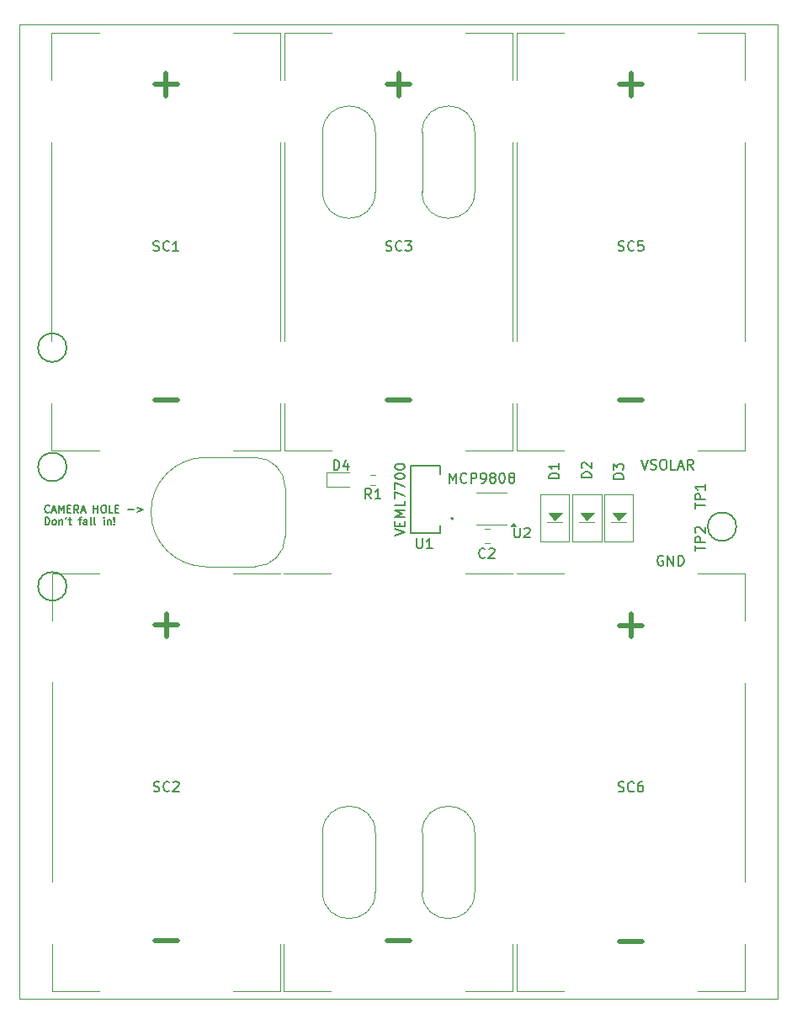
<source format=gbr>
%TF.GenerationSoftware,KiCad,Pcbnew,9.0.0*%
%TF.CreationDate,2025-04-21T01:22:55-04:00*%
%TF.ProjectId,xy_faces_CUpayload_v2,78795f66-6163-4657-935f-43557061796c,3.0*%
%TF.SameCoordinates,Original*%
%TF.FileFunction,Legend,Top*%
%TF.FilePolarity,Positive*%
%FSLAX46Y46*%
G04 Gerber Fmt 4.6, Leading zero omitted, Abs format (unit mm)*
G04 Created by KiCad (PCBNEW 9.0.0) date 2025-04-21 01:22:55*
%MOMM*%
%LPD*%
G01*
G04 APERTURE LIST*
%ADD10C,0.150000*%
%ADD11C,0.500000*%
%ADD12C,0.120000*%
%ADD13C,0.100000*%
%ADD14C,0.127000*%
%ADD15C,0.200000*%
%TA.AperFunction,Profile*%
%ADD16C,0.050000*%
%TD*%
%TA.AperFunction,Profile*%
%ADD17C,0.100000*%
%TD*%
%TA.AperFunction,Profile*%
%ADD18C,0.200000*%
%TD*%
G04 APERTURE END LIST*
D10*
X171088095Y-119202438D02*
X170992857Y-119154819D01*
X170992857Y-119154819D02*
X170850000Y-119154819D01*
X170850000Y-119154819D02*
X170707143Y-119202438D01*
X170707143Y-119202438D02*
X170611905Y-119297676D01*
X170611905Y-119297676D02*
X170564286Y-119392914D01*
X170564286Y-119392914D02*
X170516667Y-119583390D01*
X170516667Y-119583390D02*
X170516667Y-119726247D01*
X170516667Y-119726247D02*
X170564286Y-119916723D01*
X170564286Y-119916723D02*
X170611905Y-120011961D01*
X170611905Y-120011961D02*
X170707143Y-120107200D01*
X170707143Y-120107200D02*
X170850000Y-120154819D01*
X170850000Y-120154819D02*
X170945238Y-120154819D01*
X170945238Y-120154819D02*
X171088095Y-120107200D01*
X171088095Y-120107200D02*
X171135714Y-120059580D01*
X171135714Y-120059580D02*
X171135714Y-119726247D01*
X171135714Y-119726247D02*
X170945238Y-119726247D01*
X171564286Y-120154819D02*
X171564286Y-119154819D01*
X171564286Y-119154819D02*
X172135714Y-120154819D01*
X172135714Y-120154819D02*
X172135714Y-119154819D01*
X172611905Y-120154819D02*
X172611905Y-119154819D01*
X172611905Y-119154819D02*
X172850000Y-119154819D01*
X172850000Y-119154819D02*
X172992857Y-119202438D01*
X172992857Y-119202438D02*
X173088095Y-119297676D01*
X173088095Y-119297676D02*
X173135714Y-119392914D01*
X173135714Y-119392914D02*
X173183333Y-119583390D01*
X173183333Y-119583390D02*
X173183333Y-119726247D01*
X173183333Y-119726247D02*
X173135714Y-119916723D01*
X173135714Y-119916723D02*
X173088095Y-120011961D01*
X173088095Y-120011961D02*
X172992857Y-120107200D01*
X172992857Y-120107200D02*
X172850000Y-120154819D01*
X172850000Y-120154819D02*
X172611905Y-120154819D01*
X109355826Y-114771527D02*
X109320112Y-114807242D01*
X109320112Y-114807242D02*
X109212969Y-114842956D01*
X109212969Y-114842956D02*
X109141541Y-114842956D01*
X109141541Y-114842956D02*
X109034398Y-114807242D01*
X109034398Y-114807242D02*
X108962969Y-114735813D01*
X108962969Y-114735813D02*
X108927255Y-114664384D01*
X108927255Y-114664384D02*
X108891541Y-114521527D01*
X108891541Y-114521527D02*
X108891541Y-114414384D01*
X108891541Y-114414384D02*
X108927255Y-114271527D01*
X108927255Y-114271527D02*
X108962969Y-114200099D01*
X108962969Y-114200099D02*
X109034398Y-114128670D01*
X109034398Y-114128670D02*
X109141541Y-114092956D01*
X109141541Y-114092956D02*
X109212969Y-114092956D01*
X109212969Y-114092956D02*
X109320112Y-114128670D01*
X109320112Y-114128670D02*
X109355826Y-114164384D01*
X109641541Y-114628670D02*
X109998684Y-114628670D01*
X109570112Y-114842956D02*
X109820112Y-114092956D01*
X109820112Y-114092956D02*
X110070112Y-114842956D01*
X110320112Y-114842956D02*
X110320112Y-114092956D01*
X110320112Y-114092956D02*
X110570112Y-114628670D01*
X110570112Y-114628670D02*
X110820112Y-114092956D01*
X110820112Y-114092956D02*
X110820112Y-114842956D01*
X111177255Y-114450099D02*
X111427255Y-114450099D01*
X111534398Y-114842956D02*
X111177255Y-114842956D01*
X111177255Y-114842956D02*
X111177255Y-114092956D01*
X111177255Y-114092956D02*
X111534398Y-114092956D01*
X112284397Y-114842956D02*
X112034397Y-114485813D01*
X111855826Y-114842956D02*
X111855826Y-114092956D01*
X111855826Y-114092956D02*
X112141540Y-114092956D01*
X112141540Y-114092956D02*
X112212969Y-114128670D01*
X112212969Y-114128670D02*
X112248683Y-114164384D01*
X112248683Y-114164384D02*
X112284397Y-114235813D01*
X112284397Y-114235813D02*
X112284397Y-114342956D01*
X112284397Y-114342956D02*
X112248683Y-114414384D01*
X112248683Y-114414384D02*
X112212969Y-114450099D01*
X112212969Y-114450099D02*
X112141540Y-114485813D01*
X112141540Y-114485813D02*
X111855826Y-114485813D01*
X112570112Y-114628670D02*
X112927255Y-114628670D01*
X112498683Y-114842956D02*
X112748683Y-114092956D01*
X112748683Y-114092956D02*
X112998683Y-114842956D01*
X113820112Y-114842956D02*
X113820112Y-114092956D01*
X113820112Y-114450099D02*
X114248683Y-114450099D01*
X114248683Y-114842956D02*
X114248683Y-114092956D01*
X114748683Y-114092956D02*
X114891540Y-114092956D01*
X114891540Y-114092956D02*
X114962969Y-114128670D01*
X114962969Y-114128670D02*
X115034397Y-114200099D01*
X115034397Y-114200099D02*
X115070112Y-114342956D01*
X115070112Y-114342956D02*
X115070112Y-114592956D01*
X115070112Y-114592956D02*
X115034397Y-114735813D01*
X115034397Y-114735813D02*
X114962969Y-114807242D01*
X114962969Y-114807242D02*
X114891540Y-114842956D01*
X114891540Y-114842956D02*
X114748683Y-114842956D01*
X114748683Y-114842956D02*
X114677255Y-114807242D01*
X114677255Y-114807242D02*
X114605826Y-114735813D01*
X114605826Y-114735813D02*
X114570112Y-114592956D01*
X114570112Y-114592956D02*
X114570112Y-114342956D01*
X114570112Y-114342956D02*
X114605826Y-114200099D01*
X114605826Y-114200099D02*
X114677255Y-114128670D01*
X114677255Y-114128670D02*
X114748683Y-114092956D01*
X115748683Y-114842956D02*
X115391540Y-114842956D01*
X115391540Y-114842956D02*
X115391540Y-114092956D01*
X115998683Y-114450099D02*
X116248683Y-114450099D01*
X116355826Y-114842956D02*
X115998683Y-114842956D01*
X115998683Y-114842956D02*
X115998683Y-114092956D01*
X115998683Y-114092956D02*
X116355826Y-114092956D01*
X117248683Y-114557242D02*
X117820112Y-114557242D01*
X118177254Y-114342956D02*
X118748683Y-114557242D01*
X118748683Y-114557242D02*
X118177254Y-114771527D01*
X108927255Y-116050414D02*
X108927255Y-115300414D01*
X108927255Y-115300414D02*
X109105826Y-115300414D01*
X109105826Y-115300414D02*
X109212969Y-115336128D01*
X109212969Y-115336128D02*
X109284398Y-115407557D01*
X109284398Y-115407557D02*
X109320112Y-115478985D01*
X109320112Y-115478985D02*
X109355826Y-115621842D01*
X109355826Y-115621842D02*
X109355826Y-115728985D01*
X109355826Y-115728985D02*
X109320112Y-115871842D01*
X109320112Y-115871842D02*
X109284398Y-115943271D01*
X109284398Y-115943271D02*
X109212969Y-116014700D01*
X109212969Y-116014700D02*
X109105826Y-116050414D01*
X109105826Y-116050414D02*
X108927255Y-116050414D01*
X109784398Y-116050414D02*
X109712969Y-116014700D01*
X109712969Y-116014700D02*
X109677255Y-115978985D01*
X109677255Y-115978985D02*
X109641541Y-115907557D01*
X109641541Y-115907557D02*
X109641541Y-115693271D01*
X109641541Y-115693271D02*
X109677255Y-115621842D01*
X109677255Y-115621842D02*
X109712969Y-115586128D01*
X109712969Y-115586128D02*
X109784398Y-115550414D01*
X109784398Y-115550414D02*
X109891541Y-115550414D01*
X109891541Y-115550414D02*
X109962969Y-115586128D01*
X109962969Y-115586128D02*
X109998684Y-115621842D01*
X109998684Y-115621842D02*
X110034398Y-115693271D01*
X110034398Y-115693271D02*
X110034398Y-115907557D01*
X110034398Y-115907557D02*
X109998684Y-115978985D01*
X109998684Y-115978985D02*
X109962969Y-116014700D01*
X109962969Y-116014700D02*
X109891541Y-116050414D01*
X109891541Y-116050414D02*
X109784398Y-116050414D01*
X110355826Y-115550414D02*
X110355826Y-116050414D01*
X110355826Y-115621842D02*
X110391540Y-115586128D01*
X110391540Y-115586128D02*
X110462969Y-115550414D01*
X110462969Y-115550414D02*
X110570112Y-115550414D01*
X110570112Y-115550414D02*
X110641540Y-115586128D01*
X110641540Y-115586128D02*
X110677255Y-115657557D01*
X110677255Y-115657557D02*
X110677255Y-116050414D01*
X111070111Y-115300414D02*
X110998683Y-115443271D01*
X111284397Y-115550414D02*
X111570111Y-115550414D01*
X111391540Y-115300414D02*
X111391540Y-115943271D01*
X111391540Y-115943271D02*
X111427254Y-116014700D01*
X111427254Y-116014700D02*
X111498683Y-116050414D01*
X111498683Y-116050414D02*
X111570111Y-116050414D01*
X112284397Y-115550414D02*
X112570111Y-115550414D01*
X112391540Y-116050414D02*
X112391540Y-115407557D01*
X112391540Y-115407557D02*
X112427254Y-115336128D01*
X112427254Y-115336128D02*
X112498683Y-115300414D01*
X112498683Y-115300414D02*
X112570111Y-115300414D01*
X113141540Y-116050414D02*
X113141540Y-115657557D01*
X113141540Y-115657557D02*
X113105825Y-115586128D01*
X113105825Y-115586128D02*
X113034397Y-115550414D01*
X113034397Y-115550414D02*
X112891540Y-115550414D01*
X112891540Y-115550414D02*
X112820111Y-115586128D01*
X113141540Y-116014700D02*
X113070111Y-116050414D01*
X113070111Y-116050414D02*
X112891540Y-116050414D01*
X112891540Y-116050414D02*
X112820111Y-116014700D01*
X112820111Y-116014700D02*
X112784397Y-115943271D01*
X112784397Y-115943271D02*
X112784397Y-115871842D01*
X112784397Y-115871842D02*
X112820111Y-115800414D01*
X112820111Y-115800414D02*
X112891540Y-115764700D01*
X112891540Y-115764700D02*
X113070111Y-115764700D01*
X113070111Y-115764700D02*
X113141540Y-115728985D01*
X113605825Y-116050414D02*
X113534396Y-116014700D01*
X113534396Y-116014700D02*
X113498682Y-115943271D01*
X113498682Y-115943271D02*
X113498682Y-115300414D01*
X113998682Y-116050414D02*
X113927253Y-116014700D01*
X113927253Y-116014700D02*
X113891539Y-115943271D01*
X113891539Y-115943271D02*
X113891539Y-115300414D01*
X114855825Y-116050414D02*
X114855825Y-115550414D01*
X114855825Y-115300414D02*
X114820111Y-115336128D01*
X114820111Y-115336128D02*
X114855825Y-115371842D01*
X114855825Y-115371842D02*
X114891539Y-115336128D01*
X114891539Y-115336128D02*
X114855825Y-115300414D01*
X114855825Y-115300414D02*
X114855825Y-115371842D01*
X115212968Y-115550414D02*
X115212968Y-116050414D01*
X115212968Y-115621842D02*
X115248682Y-115586128D01*
X115248682Y-115586128D02*
X115320111Y-115550414D01*
X115320111Y-115550414D02*
X115427254Y-115550414D01*
X115427254Y-115550414D02*
X115498682Y-115586128D01*
X115498682Y-115586128D02*
X115534397Y-115657557D01*
X115534397Y-115657557D02*
X115534397Y-116050414D01*
X115891539Y-115978985D02*
X115927253Y-116014700D01*
X115927253Y-116014700D02*
X115891539Y-116050414D01*
X115891539Y-116050414D02*
X115855825Y-116014700D01*
X115855825Y-116014700D02*
X115891539Y-115978985D01*
X115891539Y-115978985D02*
X115891539Y-116050414D01*
X115891539Y-115764700D02*
X115855825Y-115336128D01*
X115855825Y-115336128D02*
X115891539Y-115300414D01*
X115891539Y-115300414D02*
X115927253Y-115336128D01*
X115927253Y-115336128D02*
X115891539Y-115764700D01*
X115891539Y-115764700D02*
X115891539Y-115300414D01*
X149621905Y-111854819D02*
X149621905Y-110854819D01*
X149621905Y-110854819D02*
X149955238Y-111569104D01*
X149955238Y-111569104D02*
X150288571Y-110854819D01*
X150288571Y-110854819D02*
X150288571Y-111854819D01*
X151336190Y-111759580D02*
X151288571Y-111807200D01*
X151288571Y-111807200D02*
X151145714Y-111854819D01*
X151145714Y-111854819D02*
X151050476Y-111854819D01*
X151050476Y-111854819D02*
X150907619Y-111807200D01*
X150907619Y-111807200D02*
X150812381Y-111711961D01*
X150812381Y-111711961D02*
X150764762Y-111616723D01*
X150764762Y-111616723D02*
X150717143Y-111426247D01*
X150717143Y-111426247D02*
X150717143Y-111283390D01*
X150717143Y-111283390D02*
X150764762Y-111092914D01*
X150764762Y-111092914D02*
X150812381Y-110997676D01*
X150812381Y-110997676D02*
X150907619Y-110902438D01*
X150907619Y-110902438D02*
X151050476Y-110854819D01*
X151050476Y-110854819D02*
X151145714Y-110854819D01*
X151145714Y-110854819D02*
X151288571Y-110902438D01*
X151288571Y-110902438D02*
X151336190Y-110950057D01*
X151764762Y-111854819D02*
X151764762Y-110854819D01*
X151764762Y-110854819D02*
X152145714Y-110854819D01*
X152145714Y-110854819D02*
X152240952Y-110902438D01*
X152240952Y-110902438D02*
X152288571Y-110950057D01*
X152288571Y-110950057D02*
X152336190Y-111045295D01*
X152336190Y-111045295D02*
X152336190Y-111188152D01*
X152336190Y-111188152D02*
X152288571Y-111283390D01*
X152288571Y-111283390D02*
X152240952Y-111331009D01*
X152240952Y-111331009D02*
X152145714Y-111378628D01*
X152145714Y-111378628D02*
X151764762Y-111378628D01*
X152812381Y-111854819D02*
X153002857Y-111854819D01*
X153002857Y-111854819D02*
X153098095Y-111807200D01*
X153098095Y-111807200D02*
X153145714Y-111759580D01*
X153145714Y-111759580D02*
X153240952Y-111616723D01*
X153240952Y-111616723D02*
X153288571Y-111426247D01*
X153288571Y-111426247D02*
X153288571Y-111045295D01*
X153288571Y-111045295D02*
X153240952Y-110950057D01*
X153240952Y-110950057D02*
X153193333Y-110902438D01*
X153193333Y-110902438D02*
X153098095Y-110854819D01*
X153098095Y-110854819D02*
X152907619Y-110854819D01*
X152907619Y-110854819D02*
X152812381Y-110902438D01*
X152812381Y-110902438D02*
X152764762Y-110950057D01*
X152764762Y-110950057D02*
X152717143Y-111045295D01*
X152717143Y-111045295D02*
X152717143Y-111283390D01*
X152717143Y-111283390D02*
X152764762Y-111378628D01*
X152764762Y-111378628D02*
X152812381Y-111426247D01*
X152812381Y-111426247D02*
X152907619Y-111473866D01*
X152907619Y-111473866D02*
X153098095Y-111473866D01*
X153098095Y-111473866D02*
X153193333Y-111426247D01*
X153193333Y-111426247D02*
X153240952Y-111378628D01*
X153240952Y-111378628D02*
X153288571Y-111283390D01*
X153860000Y-111283390D02*
X153764762Y-111235771D01*
X153764762Y-111235771D02*
X153717143Y-111188152D01*
X153717143Y-111188152D02*
X153669524Y-111092914D01*
X153669524Y-111092914D02*
X153669524Y-111045295D01*
X153669524Y-111045295D02*
X153717143Y-110950057D01*
X153717143Y-110950057D02*
X153764762Y-110902438D01*
X153764762Y-110902438D02*
X153860000Y-110854819D01*
X153860000Y-110854819D02*
X154050476Y-110854819D01*
X154050476Y-110854819D02*
X154145714Y-110902438D01*
X154145714Y-110902438D02*
X154193333Y-110950057D01*
X154193333Y-110950057D02*
X154240952Y-111045295D01*
X154240952Y-111045295D02*
X154240952Y-111092914D01*
X154240952Y-111092914D02*
X154193333Y-111188152D01*
X154193333Y-111188152D02*
X154145714Y-111235771D01*
X154145714Y-111235771D02*
X154050476Y-111283390D01*
X154050476Y-111283390D02*
X153860000Y-111283390D01*
X153860000Y-111283390D02*
X153764762Y-111331009D01*
X153764762Y-111331009D02*
X153717143Y-111378628D01*
X153717143Y-111378628D02*
X153669524Y-111473866D01*
X153669524Y-111473866D02*
X153669524Y-111664342D01*
X153669524Y-111664342D02*
X153717143Y-111759580D01*
X153717143Y-111759580D02*
X153764762Y-111807200D01*
X153764762Y-111807200D02*
X153860000Y-111854819D01*
X153860000Y-111854819D02*
X154050476Y-111854819D01*
X154050476Y-111854819D02*
X154145714Y-111807200D01*
X154145714Y-111807200D02*
X154193333Y-111759580D01*
X154193333Y-111759580D02*
X154240952Y-111664342D01*
X154240952Y-111664342D02*
X154240952Y-111473866D01*
X154240952Y-111473866D02*
X154193333Y-111378628D01*
X154193333Y-111378628D02*
X154145714Y-111331009D01*
X154145714Y-111331009D02*
X154050476Y-111283390D01*
X154860000Y-110854819D02*
X154955238Y-110854819D01*
X154955238Y-110854819D02*
X155050476Y-110902438D01*
X155050476Y-110902438D02*
X155098095Y-110950057D01*
X155098095Y-110950057D02*
X155145714Y-111045295D01*
X155145714Y-111045295D02*
X155193333Y-111235771D01*
X155193333Y-111235771D02*
X155193333Y-111473866D01*
X155193333Y-111473866D02*
X155145714Y-111664342D01*
X155145714Y-111664342D02*
X155098095Y-111759580D01*
X155098095Y-111759580D02*
X155050476Y-111807200D01*
X155050476Y-111807200D02*
X154955238Y-111854819D01*
X154955238Y-111854819D02*
X154860000Y-111854819D01*
X154860000Y-111854819D02*
X154764762Y-111807200D01*
X154764762Y-111807200D02*
X154717143Y-111759580D01*
X154717143Y-111759580D02*
X154669524Y-111664342D01*
X154669524Y-111664342D02*
X154621905Y-111473866D01*
X154621905Y-111473866D02*
X154621905Y-111235771D01*
X154621905Y-111235771D02*
X154669524Y-111045295D01*
X154669524Y-111045295D02*
X154717143Y-110950057D01*
X154717143Y-110950057D02*
X154764762Y-110902438D01*
X154764762Y-110902438D02*
X154860000Y-110854819D01*
X155764762Y-111283390D02*
X155669524Y-111235771D01*
X155669524Y-111235771D02*
X155621905Y-111188152D01*
X155621905Y-111188152D02*
X155574286Y-111092914D01*
X155574286Y-111092914D02*
X155574286Y-111045295D01*
X155574286Y-111045295D02*
X155621905Y-110950057D01*
X155621905Y-110950057D02*
X155669524Y-110902438D01*
X155669524Y-110902438D02*
X155764762Y-110854819D01*
X155764762Y-110854819D02*
X155955238Y-110854819D01*
X155955238Y-110854819D02*
X156050476Y-110902438D01*
X156050476Y-110902438D02*
X156098095Y-110950057D01*
X156098095Y-110950057D02*
X156145714Y-111045295D01*
X156145714Y-111045295D02*
X156145714Y-111092914D01*
X156145714Y-111092914D02*
X156098095Y-111188152D01*
X156098095Y-111188152D02*
X156050476Y-111235771D01*
X156050476Y-111235771D02*
X155955238Y-111283390D01*
X155955238Y-111283390D02*
X155764762Y-111283390D01*
X155764762Y-111283390D02*
X155669524Y-111331009D01*
X155669524Y-111331009D02*
X155621905Y-111378628D01*
X155621905Y-111378628D02*
X155574286Y-111473866D01*
X155574286Y-111473866D02*
X155574286Y-111664342D01*
X155574286Y-111664342D02*
X155621905Y-111759580D01*
X155621905Y-111759580D02*
X155669524Y-111807200D01*
X155669524Y-111807200D02*
X155764762Y-111854819D01*
X155764762Y-111854819D02*
X155955238Y-111854819D01*
X155955238Y-111854819D02*
X156050476Y-111807200D01*
X156050476Y-111807200D02*
X156098095Y-111759580D01*
X156098095Y-111759580D02*
X156145714Y-111664342D01*
X156145714Y-111664342D02*
X156145714Y-111473866D01*
X156145714Y-111473866D02*
X156098095Y-111378628D01*
X156098095Y-111378628D02*
X156050476Y-111331009D01*
X156050476Y-111331009D02*
X155955238Y-111283390D01*
X144114819Y-117176666D02*
X145114819Y-116843333D01*
X145114819Y-116843333D02*
X144114819Y-116510000D01*
X144591009Y-116176666D02*
X144591009Y-115843333D01*
X145114819Y-115700476D02*
X145114819Y-116176666D01*
X145114819Y-116176666D02*
X144114819Y-116176666D01*
X144114819Y-116176666D02*
X144114819Y-115700476D01*
X145114819Y-115271904D02*
X144114819Y-115271904D01*
X144114819Y-115271904D02*
X144829104Y-114938571D01*
X144829104Y-114938571D02*
X144114819Y-114605238D01*
X144114819Y-114605238D02*
X145114819Y-114605238D01*
X145114819Y-113652857D02*
X145114819Y-114129047D01*
X145114819Y-114129047D02*
X144114819Y-114129047D01*
X144114819Y-113414761D02*
X144114819Y-112748095D01*
X144114819Y-112748095D02*
X145114819Y-113176666D01*
X144114819Y-112462380D02*
X144114819Y-111795714D01*
X144114819Y-111795714D02*
X145114819Y-112224285D01*
X144114819Y-111224285D02*
X144114819Y-111129047D01*
X144114819Y-111129047D02*
X144162438Y-111033809D01*
X144162438Y-111033809D02*
X144210057Y-110986190D01*
X144210057Y-110986190D02*
X144305295Y-110938571D01*
X144305295Y-110938571D02*
X144495771Y-110890952D01*
X144495771Y-110890952D02*
X144733866Y-110890952D01*
X144733866Y-110890952D02*
X144924342Y-110938571D01*
X144924342Y-110938571D02*
X145019580Y-110986190D01*
X145019580Y-110986190D02*
X145067200Y-111033809D01*
X145067200Y-111033809D02*
X145114819Y-111129047D01*
X145114819Y-111129047D02*
X145114819Y-111224285D01*
X145114819Y-111224285D02*
X145067200Y-111319523D01*
X145067200Y-111319523D02*
X145019580Y-111367142D01*
X145019580Y-111367142D02*
X144924342Y-111414761D01*
X144924342Y-111414761D02*
X144733866Y-111462380D01*
X144733866Y-111462380D02*
X144495771Y-111462380D01*
X144495771Y-111462380D02*
X144305295Y-111414761D01*
X144305295Y-111414761D02*
X144210057Y-111367142D01*
X144210057Y-111367142D02*
X144162438Y-111319523D01*
X144162438Y-111319523D02*
X144114819Y-111224285D01*
X144114819Y-110271904D02*
X144114819Y-110176666D01*
X144114819Y-110176666D02*
X144162438Y-110081428D01*
X144162438Y-110081428D02*
X144210057Y-110033809D01*
X144210057Y-110033809D02*
X144305295Y-109986190D01*
X144305295Y-109986190D02*
X144495771Y-109938571D01*
X144495771Y-109938571D02*
X144733866Y-109938571D01*
X144733866Y-109938571D02*
X144924342Y-109986190D01*
X144924342Y-109986190D02*
X145019580Y-110033809D01*
X145019580Y-110033809D02*
X145067200Y-110081428D01*
X145067200Y-110081428D02*
X145114819Y-110176666D01*
X145114819Y-110176666D02*
X145114819Y-110271904D01*
X145114819Y-110271904D02*
X145067200Y-110367142D01*
X145067200Y-110367142D02*
X145019580Y-110414761D01*
X145019580Y-110414761D02*
X144924342Y-110462380D01*
X144924342Y-110462380D02*
X144733866Y-110509999D01*
X144733866Y-110509999D02*
X144495771Y-110509999D01*
X144495771Y-110509999D02*
X144305295Y-110462380D01*
X144305295Y-110462380D02*
X144210057Y-110414761D01*
X144210057Y-110414761D02*
X144162438Y-110367142D01*
X144162438Y-110367142D02*
X144114819Y-110271904D01*
X168883333Y-109504819D02*
X169216666Y-110504819D01*
X169216666Y-110504819D02*
X169549999Y-109504819D01*
X169835714Y-110457200D02*
X169978571Y-110504819D01*
X169978571Y-110504819D02*
X170216666Y-110504819D01*
X170216666Y-110504819D02*
X170311904Y-110457200D01*
X170311904Y-110457200D02*
X170359523Y-110409580D01*
X170359523Y-110409580D02*
X170407142Y-110314342D01*
X170407142Y-110314342D02*
X170407142Y-110219104D01*
X170407142Y-110219104D02*
X170359523Y-110123866D01*
X170359523Y-110123866D02*
X170311904Y-110076247D01*
X170311904Y-110076247D02*
X170216666Y-110028628D01*
X170216666Y-110028628D02*
X170026190Y-109981009D01*
X170026190Y-109981009D02*
X169930952Y-109933390D01*
X169930952Y-109933390D02*
X169883333Y-109885771D01*
X169883333Y-109885771D02*
X169835714Y-109790533D01*
X169835714Y-109790533D02*
X169835714Y-109695295D01*
X169835714Y-109695295D02*
X169883333Y-109600057D01*
X169883333Y-109600057D02*
X169930952Y-109552438D01*
X169930952Y-109552438D02*
X170026190Y-109504819D01*
X170026190Y-109504819D02*
X170264285Y-109504819D01*
X170264285Y-109504819D02*
X170407142Y-109552438D01*
X171026190Y-109504819D02*
X171216666Y-109504819D01*
X171216666Y-109504819D02*
X171311904Y-109552438D01*
X171311904Y-109552438D02*
X171407142Y-109647676D01*
X171407142Y-109647676D02*
X171454761Y-109838152D01*
X171454761Y-109838152D02*
X171454761Y-110171485D01*
X171454761Y-110171485D02*
X171407142Y-110361961D01*
X171407142Y-110361961D02*
X171311904Y-110457200D01*
X171311904Y-110457200D02*
X171216666Y-110504819D01*
X171216666Y-110504819D02*
X171026190Y-110504819D01*
X171026190Y-110504819D02*
X170930952Y-110457200D01*
X170930952Y-110457200D02*
X170835714Y-110361961D01*
X170835714Y-110361961D02*
X170788095Y-110171485D01*
X170788095Y-110171485D02*
X170788095Y-109838152D01*
X170788095Y-109838152D02*
X170835714Y-109647676D01*
X170835714Y-109647676D02*
X170930952Y-109552438D01*
X170930952Y-109552438D02*
X171026190Y-109504819D01*
X172359523Y-110504819D02*
X171883333Y-110504819D01*
X171883333Y-110504819D02*
X171883333Y-109504819D01*
X172645238Y-110219104D02*
X173121428Y-110219104D01*
X172550000Y-110504819D02*
X172883333Y-109504819D01*
X172883333Y-109504819D02*
X173216666Y-110504819D01*
X174121428Y-110504819D02*
X173788095Y-110028628D01*
X173550000Y-110504819D02*
X173550000Y-109504819D01*
X173550000Y-109504819D02*
X173930952Y-109504819D01*
X173930952Y-109504819D02*
X174026190Y-109552438D01*
X174026190Y-109552438D02*
X174073809Y-109600057D01*
X174073809Y-109600057D02*
X174121428Y-109695295D01*
X174121428Y-109695295D02*
X174121428Y-109838152D01*
X174121428Y-109838152D02*
X174073809Y-109933390D01*
X174073809Y-109933390D02*
X174026190Y-109981009D01*
X174026190Y-109981009D02*
X173930952Y-110028628D01*
X173930952Y-110028628D02*
X173550000Y-110028628D01*
X156138095Y-116354819D02*
X156138095Y-117164342D01*
X156138095Y-117164342D02*
X156185714Y-117259580D01*
X156185714Y-117259580D02*
X156233333Y-117307200D01*
X156233333Y-117307200D02*
X156328571Y-117354819D01*
X156328571Y-117354819D02*
X156519047Y-117354819D01*
X156519047Y-117354819D02*
X156614285Y-117307200D01*
X156614285Y-117307200D02*
X156661904Y-117259580D01*
X156661904Y-117259580D02*
X156709523Y-117164342D01*
X156709523Y-117164342D02*
X156709523Y-116354819D01*
X157138095Y-116450057D02*
X157185714Y-116402438D01*
X157185714Y-116402438D02*
X157280952Y-116354819D01*
X157280952Y-116354819D02*
X157519047Y-116354819D01*
X157519047Y-116354819D02*
X157614285Y-116402438D01*
X157614285Y-116402438D02*
X157661904Y-116450057D01*
X157661904Y-116450057D02*
X157709523Y-116545295D01*
X157709523Y-116545295D02*
X157709523Y-116640533D01*
X157709523Y-116640533D02*
X157661904Y-116783390D01*
X157661904Y-116783390D02*
X157090476Y-117354819D01*
X157090476Y-117354819D02*
X157709523Y-117354819D01*
X166598095Y-88477200D02*
X166740952Y-88524819D01*
X166740952Y-88524819D02*
X166979047Y-88524819D01*
X166979047Y-88524819D02*
X167074285Y-88477200D01*
X167074285Y-88477200D02*
X167121904Y-88429580D01*
X167121904Y-88429580D02*
X167169523Y-88334342D01*
X167169523Y-88334342D02*
X167169523Y-88239104D01*
X167169523Y-88239104D02*
X167121904Y-88143866D01*
X167121904Y-88143866D02*
X167074285Y-88096247D01*
X167074285Y-88096247D02*
X166979047Y-88048628D01*
X166979047Y-88048628D02*
X166788571Y-88001009D01*
X166788571Y-88001009D02*
X166693333Y-87953390D01*
X166693333Y-87953390D02*
X166645714Y-87905771D01*
X166645714Y-87905771D02*
X166598095Y-87810533D01*
X166598095Y-87810533D02*
X166598095Y-87715295D01*
X166598095Y-87715295D02*
X166645714Y-87620057D01*
X166645714Y-87620057D02*
X166693333Y-87572438D01*
X166693333Y-87572438D02*
X166788571Y-87524819D01*
X166788571Y-87524819D02*
X167026666Y-87524819D01*
X167026666Y-87524819D02*
X167169523Y-87572438D01*
X168169523Y-88429580D02*
X168121904Y-88477200D01*
X168121904Y-88477200D02*
X167979047Y-88524819D01*
X167979047Y-88524819D02*
X167883809Y-88524819D01*
X167883809Y-88524819D02*
X167740952Y-88477200D01*
X167740952Y-88477200D02*
X167645714Y-88381961D01*
X167645714Y-88381961D02*
X167598095Y-88286723D01*
X167598095Y-88286723D02*
X167550476Y-88096247D01*
X167550476Y-88096247D02*
X167550476Y-87953390D01*
X167550476Y-87953390D02*
X167598095Y-87762914D01*
X167598095Y-87762914D02*
X167645714Y-87667676D01*
X167645714Y-87667676D02*
X167740952Y-87572438D01*
X167740952Y-87572438D02*
X167883809Y-87524819D01*
X167883809Y-87524819D02*
X167979047Y-87524819D01*
X167979047Y-87524819D02*
X168121904Y-87572438D01*
X168121904Y-87572438D02*
X168169523Y-87620057D01*
X169074285Y-87524819D02*
X168598095Y-87524819D01*
X168598095Y-87524819D02*
X168550476Y-88001009D01*
X168550476Y-88001009D02*
X168598095Y-87953390D01*
X168598095Y-87953390D02*
X168693333Y-87905771D01*
X168693333Y-87905771D02*
X168931428Y-87905771D01*
X168931428Y-87905771D02*
X169026666Y-87953390D01*
X169026666Y-87953390D02*
X169074285Y-88001009D01*
X169074285Y-88001009D02*
X169121904Y-88096247D01*
X169121904Y-88096247D02*
X169121904Y-88334342D01*
X169121904Y-88334342D02*
X169074285Y-88429580D01*
X169074285Y-88429580D02*
X169026666Y-88477200D01*
X169026666Y-88477200D02*
X168931428Y-88524819D01*
X168931428Y-88524819D02*
X168693333Y-88524819D01*
X168693333Y-88524819D02*
X168598095Y-88477200D01*
X168598095Y-88477200D02*
X168550476Y-88429580D01*
D11*
X166717142Y-71789000D02*
X169002857Y-71789000D01*
X167859999Y-72931857D02*
X167859999Y-70646142D01*
X166717142Y-103539000D02*
X169002857Y-103539000D01*
D10*
X174304819Y-114411904D02*
X174304819Y-113840476D01*
X175304819Y-114126190D02*
X174304819Y-114126190D01*
X175304819Y-113507142D02*
X174304819Y-113507142D01*
X174304819Y-113507142D02*
X174304819Y-113126190D01*
X174304819Y-113126190D02*
X174352438Y-113030952D01*
X174352438Y-113030952D02*
X174400057Y-112983333D01*
X174400057Y-112983333D02*
X174495295Y-112935714D01*
X174495295Y-112935714D02*
X174638152Y-112935714D01*
X174638152Y-112935714D02*
X174733390Y-112983333D01*
X174733390Y-112983333D02*
X174781009Y-113030952D01*
X174781009Y-113030952D02*
X174828628Y-113126190D01*
X174828628Y-113126190D02*
X174828628Y-113507142D01*
X175304819Y-111983333D02*
X175304819Y-112554761D01*
X175304819Y-112269047D02*
X174304819Y-112269047D01*
X174304819Y-112269047D02*
X174447676Y-112364285D01*
X174447676Y-112364285D02*
X174542914Y-112459523D01*
X174542914Y-112459523D02*
X174590533Y-112554761D01*
X167104819Y-111438094D02*
X166104819Y-111438094D01*
X166104819Y-111438094D02*
X166104819Y-111199999D01*
X166104819Y-111199999D02*
X166152438Y-111057142D01*
X166152438Y-111057142D02*
X166247676Y-110961904D01*
X166247676Y-110961904D02*
X166342914Y-110914285D01*
X166342914Y-110914285D02*
X166533390Y-110866666D01*
X166533390Y-110866666D02*
X166676247Y-110866666D01*
X166676247Y-110866666D02*
X166866723Y-110914285D01*
X166866723Y-110914285D02*
X166961961Y-110961904D01*
X166961961Y-110961904D02*
X167057200Y-111057142D01*
X167057200Y-111057142D02*
X167104819Y-111199999D01*
X167104819Y-111199999D02*
X167104819Y-111438094D01*
X166104819Y-110533332D02*
X166104819Y-109914285D01*
X166104819Y-109914285D02*
X166485771Y-110247618D01*
X166485771Y-110247618D02*
X166485771Y-110104761D01*
X166485771Y-110104761D02*
X166533390Y-110009523D01*
X166533390Y-110009523D02*
X166581009Y-109961904D01*
X166581009Y-109961904D02*
X166676247Y-109914285D01*
X166676247Y-109914285D02*
X166914342Y-109914285D01*
X166914342Y-109914285D02*
X167009580Y-109961904D01*
X167009580Y-109961904D02*
X167057200Y-110009523D01*
X167057200Y-110009523D02*
X167104819Y-110104761D01*
X167104819Y-110104761D02*
X167104819Y-110390475D01*
X167104819Y-110390475D02*
X167057200Y-110485713D01*
X167057200Y-110485713D02*
X167009580Y-110533332D01*
X174304819Y-118711904D02*
X174304819Y-118140476D01*
X175304819Y-118426190D02*
X174304819Y-118426190D01*
X175304819Y-117807142D02*
X174304819Y-117807142D01*
X174304819Y-117807142D02*
X174304819Y-117426190D01*
X174304819Y-117426190D02*
X174352438Y-117330952D01*
X174352438Y-117330952D02*
X174400057Y-117283333D01*
X174400057Y-117283333D02*
X174495295Y-117235714D01*
X174495295Y-117235714D02*
X174638152Y-117235714D01*
X174638152Y-117235714D02*
X174733390Y-117283333D01*
X174733390Y-117283333D02*
X174781009Y-117330952D01*
X174781009Y-117330952D02*
X174828628Y-117426190D01*
X174828628Y-117426190D02*
X174828628Y-117807142D01*
X174400057Y-116854761D02*
X174352438Y-116807142D01*
X174352438Y-116807142D02*
X174304819Y-116711904D01*
X174304819Y-116711904D02*
X174304819Y-116473809D01*
X174304819Y-116473809D02*
X174352438Y-116378571D01*
X174352438Y-116378571D02*
X174400057Y-116330952D01*
X174400057Y-116330952D02*
X174495295Y-116283333D01*
X174495295Y-116283333D02*
X174590533Y-116283333D01*
X174590533Y-116283333D02*
X174733390Y-116330952D01*
X174733390Y-116330952D02*
X175304819Y-116902380D01*
X175304819Y-116902380D02*
X175304819Y-116283333D01*
X160624819Y-111428094D02*
X159624819Y-111428094D01*
X159624819Y-111428094D02*
X159624819Y-111189999D01*
X159624819Y-111189999D02*
X159672438Y-111047142D01*
X159672438Y-111047142D02*
X159767676Y-110951904D01*
X159767676Y-110951904D02*
X159862914Y-110904285D01*
X159862914Y-110904285D02*
X160053390Y-110856666D01*
X160053390Y-110856666D02*
X160196247Y-110856666D01*
X160196247Y-110856666D02*
X160386723Y-110904285D01*
X160386723Y-110904285D02*
X160481961Y-110951904D01*
X160481961Y-110951904D02*
X160577200Y-111047142D01*
X160577200Y-111047142D02*
X160624819Y-111189999D01*
X160624819Y-111189999D02*
X160624819Y-111428094D01*
X160624819Y-109904285D02*
X160624819Y-110475713D01*
X160624819Y-110189999D02*
X159624819Y-110189999D01*
X159624819Y-110189999D02*
X159767676Y-110285237D01*
X159767676Y-110285237D02*
X159862914Y-110380475D01*
X159862914Y-110380475D02*
X159910533Y-110475713D01*
X143228095Y-88477200D02*
X143370952Y-88524819D01*
X143370952Y-88524819D02*
X143609047Y-88524819D01*
X143609047Y-88524819D02*
X143704285Y-88477200D01*
X143704285Y-88477200D02*
X143751904Y-88429580D01*
X143751904Y-88429580D02*
X143799523Y-88334342D01*
X143799523Y-88334342D02*
X143799523Y-88239104D01*
X143799523Y-88239104D02*
X143751904Y-88143866D01*
X143751904Y-88143866D02*
X143704285Y-88096247D01*
X143704285Y-88096247D02*
X143609047Y-88048628D01*
X143609047Y-88048628D02*
X143418571Y-88001009D01*
X143418571Y-88001009D02*
X143323333Y-87953390D01*
X143323333Y-87953390D02*
X143275714Y-87905771D01*
X143275714Y-87905771D02*
X143228095Y-87810533D01*
X143228095Y-87810533D02*
X143228095Y-87715295D01*
X143228095Y-87715295D02*
X143275714Y-87620057D01*
X143275714Y-87620057D02*
X143323333Y-87572438D01*
X143323333Y-87572438D02*
X143418571Y-87524819D01*
X143418571Y-87524819D02*
X143656666Y-87524819D01*
X143656666Y-87524819D02*
X143799523Y-87572438D01*
X144799523Y-88429580D02*
X144751904Y-88477200D01*
X144751904Y-88477200D02*
X144609047Y-88524819D01*
X144609047Y-88524819D02*
X144513809Y-88524819D01*
X144513809Y-88524819D02*
X144370952Y-88477200D01*
X144370952Y-88477200D02*
X144275714Y-88381961D01*
X144275714Y-88381961D02*
X144228095Y-88286723D01*
X144228095Y-88286723D02*
X144180476Y-88096247D01*
X144180476Y-88096247D02*
X144180476Y-87953390D01*
X144180476Y-87953390D02*
X144228095Y-87762914D01*
X144228095Y-87762914D02*
X144275714Y-87667676D01*
X144275714Y-87667676D02*
X144370952Y-87572438D01*
X144370952Y-87572438D02*
X144513809Y-87524819D01*
X144513809Y-87524819D02*
X144609047Y-87524819D01*
X144609047Y-87524819D02*
X144751904Y-87572438D01*
X144751904Y-87572438D02*
X144799523Y-87620057D01*
X145132857Y-87524819D02*
X145751904Y-87524819D01*
X145751904Y-87524819D02*
X145418571Y-87905771D01*
X145418571Y-87905771D02*
X145561428Y-87905771D01*
X145561428Y-87905771D02*
X145656666Y-87953390D01*
X145656666Y-87953390D02*
X145704285Y-88001009D01*
X145704285Y-88001009D02*
X145751904Y-88096247D01*
X145751904Y-88096247D02*
X145751904Y-88334342D01*
X145751904Y-88334342D02*
X145704285Y-88429580D01*
X145704285Y-88429580D02*
X145656666Y-88477200D01*
X145656666Y-88477200D02*
X145561428Y-88524819D01*
X145561428Y-88524819D02*
X145275714Y-88524819D01*
X145275714Y-88524819D02*
X145180476Y-88477200D01*
X145180476Y-88477200D02*
X145132857Y-88429580D01*
D11*
X143347142Y-103539000D02*
X145632857Y-103539000D01*
X143347142Y-71789000D02*
X145632857Y-71789000D01*
X144489999Y-72931857D02*
X144489999Y-70646142D01*
X143307142Y-157909000D02*
X145592857Y-157909000D01*
D10*
X119858095Y-142827200D02*
X120000952Y-142874819D01*
X120000952Y-142874819D02*
X120239047Y-142874819D01*
X120239047Y-142874819D02*
X120334285Y-142827200D01*
X120334285Y-142827200D02*
X120381904Y-142779580D01*
X120381904Y-142779580D02*
X120429523Y-142684342D01*
X120429523Y-142684342D02*
X120429523Y-142589104D01*
X120429523Y-142589104D02*
X120381904Y-142493866D01*
X120381904Y-142493866D02*
X120334285Y-142446247D01*
X120334285Y-142446247D02*
X120239047Y-142398628D01*
X120239047Y-142398628D02*
X120048571Y-142351009D01*
X120048571Y-142351009D02*
X119953333Y-142303390D01*
X119953333Y-142303390D02*
X119905714Y-142255771D01*
X119905714Y-142255771D02*
X119858095Y-142160533D01*
X119858095Y-142160533D02*
X119858095Y-142065295D01*
X119858095Y-142065295D02*
X119905714Y-141970057D01*
X119905714Y-141970057D02*
X119953333Y-141922438D01*
X119953333Y-141922438D02*
X120048571Y-141874819D01*
X120048571Y-141874819D02*
X120286666Y-141874819D01*
X120286666Y-141874819D02*
X120429523Y-141922438D01*
X121429523Y-142779580D02*
X121381904Y-142827200D01*
X121381904Y-142827200D02*
X121239047Y-142874819D01*
X121239047Y-142874819D02*
X121143809Y-142874819D01*
X121143809Y-142874819D02*
X121000952Y-142827200D01*
X121000952Y-142827200D02*
X120905714Y-142731961D01*
X120905714Y-142731961D02*
X120858095Y-142636723D01*
X120858095Y-142636723D02*
X120810476Y-142446247D01*
X120810476Y-142446247D02*
X120810476Y-142303390D01*
X120810476Y-142303390D02*
X120858095Y-142112914D01*
X120858095Y-142112914D02*
X120905714Y-142017676D01*
X120905714Y-142017676D02*
X121000952Y-141922438D01*
X121000952Y-141922438D02*
X121143809Y-141874819D01*
X121143809Y-141874819D02*
X121239047Y-141874819D01*
X121239047Y-141874819D02*
X121381904Y-141922438D01*
X121381904Y-141922438D02*
X121429523Y-141970057D01*
X121810476Y-141970057D02*
X121858095Y-141922438D01*
X121858095Y-141922438D02*
X121953333Y-141874819D01*
X121953333Y-141874819D02*
X122191428Y-141874819D01*
X122191428Y-141874819D02*
X122286666Y-141922438D01*
X122286666Y-141922438D02*
X122334285Y-141970057D01*
X122334285Y-141970057D02*
X122381904Y-142065295D01*
X122381904Y-142065295D02*
X122381904Y-142160533D01*
X122381904Y-142160533D02*
X122334285Y-142303390D01*
X122334285Y-142303390D02*
X121762857Y-142874819D01*
X121762857Y-142874819D02*
X122381904Y-142874819D01*
D11*
X119977142Y-126139000D02*
X122262857Y-126139000D01*
X121119999Y-127281857D02*
X121119999Y-124996142D01*
X119977142Y-157889000D02*
X122262857Y-157889000D01*
D10*
X163884819Y-111318094D02*
X162884819Y-111318094D01*
X162884819Y-111318094D02*
X162884819Y-111079999D01*
X162884819Y-111079999D02*
X162932438Y-110937142D01*
X162932438Y-110937142D02*
X163027676Y-110841904D01*
X163027676Y-110841904D02*
X163122914Y-110794285D01*
X163122914Y-110794285D02*
X163313390Y-110746666D01*
X163313390Y-110746666D02*
X163456247Y-110746666D01*
X163456247Y-110746666D02*
X163646723Y-110794285D01*
X163646723Y-110794285D02*
X163741961Y-110841904D01*
X163741961Y-110841904D02*
X163837200Y-110937142D01*
X163837200Y-110937142D02*
X163884819Y-111079999D01*
X163884819Y-111079999D02*
X163884819Y-111318094D01*
X162980057Y-110365713D02*
X162932438Y-110318094D01*
X162932438Y-110318094D02*
X162884819Y-110222856D01*
X162884819Y-110222856D02*
X162884819Y-109984761D01*
X162884819Y-109984761D02*
X162932438Y-109889523D01*
X162932438Y-109889523D02*
X162980057Y-109841904D01*
X162980057Y-109841904D02*
X163075295Y-109794285D01*
X163075295Y-109794285D02*
X163170533Y-109794285D01*
X163170533Y-109794285D02*
X163313390Y-109841904D01*
X163313390Y-109841904D02*
X163884819Y-110413332D01*
X163884819Y-110413332D02*
X163884819Y-109794285D01*
X166588095Y-142857200D02*
X166730952Y-142904819D01*
X166730952Y-142904819D02*
X166969047Y-142904819D01*
X166969047Y-142904819D02*
X167064285Y-142857200D01*
X167064285Y-142857200D02*
X167111904Y-142809580D01*
X167111904Y-142809580D02*
X167159523Y-142714342D01*
X167159523Y-142714342D02*
X167159523Y-142619104D01*
X167159523Y-142619104D02*
X167111904Y-142523866D01*
X167111904Y-142523866D02*
X167064285Y-142476247D01*
X167064285Y-142476247D02*
X166969047Y-142428628D01*
X166969047Y-142428628D02*
X166778571Y-142381009D01*
X166778571Y-142381009D02*
X166683333Y-142333390D01*
X166683333Y-142333390D02*
X166635714Y-142285771D01*
X166635714Y-142285771D02*
X166588095Y-142190533D01*
X166588095Y-142190533D02*
X166588095Y-142095295D01*
X166588095Y-142095295D02*
X166635714Y-142000057D01*
X166635714Y-142000057D02*
X166683333Y-141952438D01*
X166683333Y-141952438D02*
X166778571Y-141904819D01*
X166778571Y-141904819D02*
X167016666Y-141904819D01*
X167016666Y-141904819D02*
X167159523Y-141952438D01*
X168159523Y-142809580D02*
X168111904Y-142857200D01*
X168111904Y-142857200D02*
X167969047Y-142904819D01*
X167969047Y-142904819D02*
X167873809Y-142904819D01*
X167873809Y-142904819D02*
X167730952Y-142857200D01*
X167730952Y-142857200D02*
X167635714Y-142761961D01*
X167635714Y-142761961D02*
X167588095Y-142666723D01*
X167588095Y-142666723D02*
X167540476Y-142476247D01*
X167540476Y-142476247D02*
X167540476Y-142333390D01*
X167540476Y-142333390D02*
X167588095Y-142142914D01*
X167588095Y-142142914D02*
X167635714Y-142047676D01*
X167635714Y-142047676D02*
X167730952Y-141952438D01*
X167730952Y-141952438D02*
X167873809Y-141904819D01*
X167873809Y-141904819D02*
X167969047Y-141904819D01*
X167969047Y-141904819D02*
X168111904Y-141952438D01*
X168111904Y-141952438D02*
X168159523Y-142000057D01*
X169016666Y-141904819D02*
X168826190Y-141904819D01*
X168826190Y-141904819D02*
X168730952Y-141952438D01*
X168730952Y-141952438D02*
X168683333Y-142000057D01*
X168683333Y-142000057D02*
X168588095Y-142142914D01*
X168588095Y-142142914D02*
X168540476Y-142333390D01*
X168540476Y-142333390D02*
X168540476Y-142714342D01*
X168540476Y-142714342D02*
X168588095Y-142809580D01*
X168588095Y-142809580D02*
X168635714Y-142857200D01*
X168635714Y-142857200D02*
X168730952Y-142904819D01*
X168730952Y-142904819D02*
X168921428Y-142904819D01*
X168921428Y-142904819D02*
X169016666Y-142857200D01*
X169016666Y-142857200D02*
X169064285Y-142809580D01*
X169064285Y-142809580D02*
X169111904Y-142714342D01*
X169111904Y-142714342D02*
X169111904Y-142476247D01*
X169111904Y-142476247D02*
X169064285Y-142381009D01*
X169064285Y-142381009D02*
X169016666Y-142333390D01*
X169016666Y-142333390D02*
X168921428Y-142285771D01*
X168921428Y-142285771D02*
X168730952Y-142285771D01*
X168730952Y-142285771D02*
X168635714Y-142333390D01*
X168635714Y-142333390D02*
X168588095Y-142381009D01*
X168588095Y-142381009D02*
X168540476Y-142476247D01*
D11*
X166707142Y-157919000D02*
X168992857Y-157919000D01*
X166707142Y-126169000D02*
X168992857Y-126169000D01*
X167849999Y-127311857D02*
X167849999Y-125026142D01*
D10*
X153193333Y-119319580D02*
X153145714Y-119367200D01*
X153145714Y-119367200D02*
X153002857Y-119414819D01*
X153002857Y-119414819D02*
X152907619Y-119414819D01*
X152907619Y-119414819D02*
X152764762Y-119367200D01*
X152764762Y-119367200D02*
X152669524Y-119271961D01*
X152669524Y-119271961D02*
X152621905Y-119176723D01*
X152621905Y-119176723D02*
X152574286Y-118986247D01*
X152574286Y-118986247D02*
X152574286Y-118843390D01*
X152574286Y-118843390D02*
X152621905Y-118652914D01*
X152621905Y-118652914D02*
X152669524Y-118557676D01*
X152669524Y-118557676D02*
X152764762Y-118462438D01*
X152764762Y-118462438D02*
X152907619Y-118414819D01*
X152907619Y-118414819D02*
X153002857Y-118414819D01*
X153002857Y-118414819D02*
X153145714Y-118462438D01*
X153145714Y-118462438D02*
X153193333Y-118510057D01*
X153574286Y-118510057D02*
X153621905Y-118462438D01*
X153621905Y-118462438D02*
X153717143Y-118414819D01*
X153717143Y-118414819D02*
X153955238Y-118414819D01*
X153955238Y-118414819D02*
X154050476Y-118462438D01*
X154050476Y-118462438D02*
X154098095Y-118510057D01*
X154098095Y-118510057D02*
X154145714Y-118605295D01*
X154145714Y-118605295D02*
X154145714Y-118700533D01*
X154145714Y-118700533D02*
X154098095Y-118843390D01*
X154098095Y-118843390D02*
X153526667Y-119414819D01*
X153526667Y-119414819D02*
X154145714Y-119414819D01*
X146318095Y-117414819D02*
X146318095Y-118224342D01*
X146318095Y-118224342D02*
X146365714Y-118319580D01*
X146365714Y-118319580D02*
X146413333Y-118367200D01*
X146413333Y-118367200D02*
X146508571Y-118414819D01*
X146508571Y-118414819D02*
X146699047Y-118414819D01*
X146699047Y-118414819D02*
X146794285Y-118367200D01*
X146794285Y-118367200D02*
X146841904Y-118319580D01*
X146841904Y-118319580D02*
X146889523Y-118224342D01*
X146889523Y-118224342D02*
X146889523Y-117414819D01*
X147889523Y-118414819D02*
X147318095Y-118414819D01*
X147603809Y-118414819D02*
X147603809Y-117414819D01*
X147603809Y-117414819D02*
X147508571Y-117557676D01*
X147508571Y-117557676D02*
X147413333Y-117652914D01*
X147413333Y-117652914D02*
X147318095Y-117700533D01*
X137961905Y-110549819D02*
X137961905Y-109549819D01*
X137961905Y-109549819D02*
X138200000Y-109549819D01*
X138200000Y-109549819D02*
X138342857Y-109597438D01*
X138342857Y-109597438D02*
X138438095Y-109692676D01*
X138438095Y-109692676D02*
X138485714Y-109787914D01*
X138485714Y-109787914D02*
X138533333Y-109978390D01*
X138533333Y-109978390D02*
X138533333Y-110121247D01*
X138533333Y-110121247D02*
X138485714Y-110311723D01*
X138485714Y-110311723D02*
X138438095Y-110406961D01*
X138438095Y-110406961D02*
X138342857Y-110502200D01*
X138342857Y-110502200D02*
X138200000Y-110549819D01*
X138200000Y-110549819D02*
X137961905Y-110549819D01*
X139390476Y-109883152D02*
X139390476Y-110549819D01*
X139152381Y-109502200D02*
X138914286Y-110216485D01*
X138914286Y-110216485D02*
X139533333Y-110216485D01*
X119828095Y-88477200D02*
X119970952Y-88524819D01*
X119970952Y-88524819D02*
X120209047Y-88524819D01*
X120209047Y-88524819D02*
X120304285Y-88477200D01*
X120304285Y-88477200D02*
X120351904Y-88429580D01*
X120351904Y-88429580D02*
X120399523Y-88334342D01*
X120399523Y-88334342D02*
X120399523Y-88239104D01*
X120399523Y-88239104D02*
X120351904Y-88143866D01*
X120351904Y-88143866D02*
X120304285Y-88096247D01*
X120304285Y-88096247D02*
X120209047Y-88048628D01*
X120209047Y-88048628D02*
X120018571Y-88001009D01*
X120018571Y-88001009D02*
X119923333Y-87953390D01*
X119923333Y-87953390D02*
X119875714Y-87905771D01*
X119875714Y-87905771D02*
X119828095Y-87810533D01*
X119828095Y-87810533D02*
X119828095Y-87715295D01*
X119828095Y-87715295D02*
X119875714Y-87620057D01*
X119875714Y-87620057D02*
X119923333Y-87572438D01*
X119923333Y-87572438D02*
X120018571Y-87524819D01*
X120018571Y-87524819D02*
X120256666Y-87524819D01*
X120256666Y-87524819D02*
X120399523Y-87572438D01*
X121399523Y-88429580D02*
X121351904Y-88477200D01*
X121351904Y-88477200D02*
X121209047Y-88524819D01*
X121209047Y-88524819D02*
X121113809Y-88524819D01*
X121113809Y-88524819D02*
X120970952Y-88477200D01*
X120970952Y-88477200D02*
X120875714Y-88381961D01*
X120875714Y-88381961D02*
X120828095Y-88286723D01*
X120828095Y-88286723D02*
X120780476Y-88096247D01*
X120780476Y-88096247D02*
X120780476Y-87953390D01*
X120780476Y-87953390D02*
X120828095Y-87762914D01*
X120828095Y-87762914D02*
X120875714Y-87667676D01*
X120875714Y-87667676D02*
X120970952Y-87572438D01*
X120970952Y-87572438D02*
X121113809Y-87524819D01*
X121113809Y-87524819D02*
X121209047Y-87524819D01*
X121209047Y-87524819D02*
X121351904Y-87572438D01*
X121351904Y-87572438D02*
X121399523Y-87620057D01*
X122351904Y-88524819D02*
X121780476Y-88524819D01*
X122066190Y-88524819D02*
X122066190Y-87524819D01*
X122066190Y-87524819D02*
X121970952Y-87667676D01*
X121970952Y-87667676D02*
X121875714Y-87762914D01*
X121875714Y-87762914D02*
X121780476Y-87810533D01*
D11*
X119947142Y-71789000D02*
X122232857Y-71789000D01*
X121089999Y-72931857D02*
X121089999Y-70646142D01*
X119947142Y-103539000D02*
X122232857Y-103539000D01*
D10*
X141733333Y-113434819D02*
X141400000Y-112958628D01*
X141161905Y-113434819D02*
X141161905Y-112434819D01*
X141161905Y-112434819D02*
X141542857Y-112434819D01*
X141542857Y-112434819D02*
X141638095Y-112482438D01*
X141638095Y-112482438D02*
X141685714Y-112530057D01*
X141685714Y-112530057D02*
X141733333Y-112625295D01*
X141733333Y-112625295D02*
X141733333Y-112768152D01*
X141733333Y-112768152D02*
X141685714Y-112863390D01*
X141685714Y-112863390D02*
X141638095Y-112911009D01*
X141638095Y-112911009D02*
X141542857Y-112958628D01*
X141542857Y-112958628D02*
X141161905Y-112958628D01*
X142685714Y-113434819D02*
X142114286Y-113434819D01*
X142400000Y-113434819D02*
X142400000Y-112434819D01*
X142400000Y-112434819D02*
X142304762Y-112577676D01*
X142304762Y-112577676D02*
X142209524Y-112672914D01*
X142209524Y-112672914D02*
X142114286Y-112720533D01*
D12*
%TO.C,U2*%
X153825000Y-112810000D02*
X152325000Y-112810000D01*
X153825000Y-112810000D02*
X155325000Y-112810000D01*
X153825000Y-116030000D02*
X152325000Y-116030000D01*
X153825000Y-116030000D02*
X155325000Y-116030000D01*
X156265000Y-116185000D02*
X155785000Y-116185000D01*
X156025000Y-115855000D01*
X156265000Y-116185000D01*
G36*
X156265000Y-116185000D02*
G01*
X155785000Y-116185000D01*
X156025000Y-115855000D01*
X156265000Y-116185000D01*
G37*
%TO.C,SC5*%
X156360000Y-66570000D02*
X156360000Y-71320000D01*
X156360000Y-66570000D02*
X161110000Y-66570000D01*
X156360000Y-77570000D02*
X156360000Y-97570000D01*
X156360000Y-87570000D02*
X156360000Y-77570000D01*
X156360000Y-108570000D02*
X156360000Y-103820000D01*
X156360000Y-108570000D02*
X161110000Y-108570000D01*
X161110000Y-66570000D02*
X156360000Y-66570000D01*
X174610000Y-66570000D02*
X179360000Y-66570000D01*
X174610000Y-108570000D02*
X179360000Y-108570000D01*
X179360000Y-66570000D02*
X179360000Y-71320000D01*
X179360000Y-77570000D02*
X179360000Y-95820000D01*
X179360000Y-87570000D02*
X179360000Y-77570000D01*
X179360000Y-87570000D02*
X179360000Y-97570000D01*
X179360000Y-95820000D02*
X179360000Y-87570000D01*
X179360000Y-108570000D02*
X179360000Y-103820000D01*
%TO.C,D3*%
X165200000Y-117725000D02*
X165200000Y-112975000D01*
X165837200Y-115781800D02*
X167386600Y-115781800D01*
X168100000Y-112975000D02*
X165200000Y-112975000D01*
X168100000Y-117725000D02*
X165200000Y-117725000D01*
X168100000Y-117725000D02*
X168100000Y-112975000D01*
D13*
X166624600Y-115654800D02*
X166015000Y-114842000D01*
X167361200Y-114842000D01*
X166624600Y-115654800D01*
G36*
X166624600Y-115654800D02*
G01*
X166015000Y-114842000D01*
X167361200Y-114842000D01*
X166624600Y-115654800D01*
G37*
D12*
%TO.C,D1*%
X158750000Y-117725000D02*
X158750000Y-112975000D01*
X159387200Y-115781800D02*
X160936600Y-115781800D01*
X161650000Y-112975000D02*
X158750000Y-112975000D01*
X161650000Y-117725000D02*
X158750000Y-117725000D01*
X161650000Y-117725000D02*
X161650000Y-112975000D01*
D13*
X160174600Y-115654800D02*
X159565000Y-114842000D01*
X160911200Y-114842000D01*
X160174600Y-115654800D01*
G36*
X160174600Y-115654800D02*
G01*
X159565000Y-114842000D01*
X160911200Y-114842000D01*
X160174600Y-115654800D01*
G37*
D12*
%TO.C,SC3*%
X132990000Y-66570000D02*
X132990000Y-71320000D01*
X132990000Y-66570000D02*
X137740000Y-66570000D01*
X132990000Y-77570000D02*
X132990000Y-97570000D01*
X132990000Y-87570000D02*
X132990000Y-77570000D01*
X132990000Y-108570000D02*
X132990000Y-103820000D01*
X132990000Y-108570000D02*
X137740000Y-108570000D01*
X137740000Y-66570000D02*
X132990000Y-66570000D01*
X151240000Y-66570000D02*
X155990000Y-66570000D01*
X151240000Y-108570000D02*
X155990000Y-108570000D01*
X155990000Y-66570000D02*
X155990000Y-71320000D01*
X155990000Y-77570000D02*
X155990000Y-95820000D01*
X155990000Y-87570000D02*
X155990000Y-77570000D01*
X155990000Y-87570000D02*
X155990000Y-97570000D01*
X155990000Y-95820000D02*
X155990000Y-87570000D01*
X155990000Y-108570000D02*
X155990000Y-103820000D01*
%TO.C,SC4*%
X132950000Y-120940000D02*
X137700000Y-120940000D01*
X132950000Y-162940000D02*
X132950000Y-158190000D01*
X132950000Y-162940000D02*
X137700000Y-162940000D01*
X137700000Y-120940000D02*
X132950000Y-120940000D01*
X151200000Y-120940000D02*
X155950000Y-120940000D01*
X151200000Y-162940000D02*
X155950000Y-162940000D01*
X155950000Y-162940000D02*
X155950000Y-158190000D01*
%TO.C,SC2*%
X109620000Y-120920000D02*
X109620000Y-125670000D01*
X109620000Y-120920000D02*
X114370000Y-120920000D01*
X109620000Y-131920000D02*
X109620000Y-151920000D01*
X109620000Y-141920000D02*
X109620000Y-131920000D01*
X109620000Y-162920000D02*
X109620000Y-158170000D01*
X109620000Y-162920000D02*
X114370000Y-162920000D01*
X114370000Y-120920000D02*
X109620000Y-120920000D01*
X127870000Y-120920000D02*
X132620000Y-120920000D01*
X127870000Y-162920000D02*
X132620000Y-162920000D01*
X132620000Y-162920000D02*
X132620000Y-158170000D01*
%TO.C,D2*%
X162000000Y-117725000D02*
X162000000Y-112975000D01*
X162637200Y-115781800D02*
X164186600Y-115781800D01*
X164900000Y-112975000D02*
X162000000Y-112975000D01*
X164900000Y-117725000D02*
X162000000Y-117725000D01*
X164900000Y-117725000D02*
X164900000Y-112975000D01*
D13*
X163424600Y-115654800D02*
X162815000Y-114842000D01*
X164161200Y-114842000D01*
X163424600Y-115654800D01*
G36*
X163424600Y-115654800D02*
G01*
X162815000Y-114842000D01*
X164161200Y-114842000D01*
X163424600Y-115654800D01*
G37*
D12*
%TO.C,SC6*%
X156350000Y-120950000D02*
X161100000Y-120950000D01*
X156350000Y-162950000D02*
X156350000Y-158200000D01*
X156350000Y-162950000D02*
X161100000Y-162950000D01*
X161100000Y-120950000D02*
X156350000Y-120950000D01*
X174600000Y-120950000D02*
X179350000Y-120950000D01*
X174600000Y-162950000D02*
X179350000Y-162950000D01*
X179350000Y-120950000D02*
X179350000Y-125700000D01*
X179350000Y-131950000D02*
X179350000Y-150200000D01*
X179350000Y-141950000D02*
X179350000Y-131950000D01*
X179350000Y-141950000D02*
X179350000Y-151950000D01*
X179350000Y-150200000D02*
X179350000Y-141950000D01*
X179350000Y-162950000D02*
X179350000Y-158200000D01*
%TO.C,C2*%
X153138748Y-116465000D02*
X153661252Y-116465000D01*
X153138748Y-117935000D02*
X153661252Y-117935000D01*
D14*
%TO.C,U1*%
X145675000Y-110125000D02*
X148675000Y-110125000D01*
X145675000Y-116925000D02*
X145675000Y-110125000D01*
X148675000Y-110125000D02*
X148675000Y-110950000D01*
X148675000Y-116100000D02*
X148675000Y-116925000D01*
X148675000Y-116925000D02*
X145675000Y-116925000D01*
D15*
X149975000Y-115430000D02*
G75*
G02*
X149775000Y-115430000I-100000J0D01*
G01*
X149775000Y-115430000D02*
G75*
G02*
X149975000Y-115430000I100000J0D01*
G01*
D12*
%TO.C,D4*%
X137215000Y-110790000D02*
X137215000Y-112260000D01*
X137215000Y-112260000D02*
X139500000Y-112260000D01*
X139500000Y-110790000D02*
X137215000Y-110790000D01*
%TO.C,SC1*%
X109590000Y-66570000D02*
X109590000Y-71320000D01*
X109590000Y-66570000D02*
X114340000Y-66570000D01*
X109590000Y-77570000D02*
X109590000Y-97570000D01*
X109590000Y-87570000D02*
X109590000Y-77570000D01*
X109590000Y-108570000D02*
X109590000Y-103820000D01*
X109590000Y-108570000D02*
X114340000Y-108570000D01*
X114340000Y-66570000D02*
X109590000Y-66570000D01*
X127840000Y-66570000D02*
X132590000Y-66570000D01*
X127840000Y-108570000D02*
X132590000Y-108570000D01*
X132590000Y-66570000D02*
X132590000Y-71320000D01*
X132590000Y-77570000D02*
X132590000Y-95820000D01*
X132590000Y-87570000D02*
X132590000Y-77570000D01*
X132590000Y-87570000D02*
X132590000Y-97570000D01*
X132590000Y-95820000D02*
X132590000Y-87570000D01*
X132590000Y-108570000D02*
X132590000Y-103820000D01*
%TO.C,R1*%
X142137258Y-111027500D02*
X141662742Y-111027500D01*
X142137258Y-112072500D02*
X141662742Y-112072500D01*
%TD*%
D16*
X136850000Y-153000000D02*
X136850000Y-147000000D01*
X142150000Y-153000000D02*
X142150000Y-147000000D01*
X146850000Y-147000000D02*
X146850000Y-153000000D01*
X152150000Y-153000000D02*
X152150000Y-147000000D01*
X142150000Y-76600000D02*
X142150000Y-82600000D01*
X136850000Y-76600000D02*
X136850000Y-82600000D01*
X146850000Y-76600000D02*
X146850000Y-82600000D01*
X152150000Y-76600000D02*
X152150000Y-82600000D01*
X142150000Y-82600000D02*
G75*
G02*
X136850000Y-82600000I-2650000J0D01*
G01*
D17*
X106350000Y-65750000D02*
X182650000Y-65750000D01*
X182650000Y-163750000D01*
X106350000Y-163750000D01*
X106350000Y-65750000D01*
D16*
X133075000Y-117262500D02*
G75*
G02*
X130075000Y-120262500I-3000000J0D01*
G01*
X146850000Y-76600000D02*
G75*
G02*
X152150000Y-76600000I2650000J0D01*
G01*
X136850000Y-76600000D02*
G75*
G02*
X142150000Y-76600000I2650000J0D01*
G01*
X125050000Y-120262500D02*
G75*
G02*
X125050000Y-109287500I12500J5487500D01*
G01*
X136850000Y-147000000D02*
G75*
G02*
X142150000Y-147000000I2650000J0D01*
G01*
X125050000Y-120262500D02*
X130075000Y-120262500D01*
X142150000Y-153000000D02*
G75*
G02*
X136850000Y-153000000I-2650000J0D01*
G01*
D18*
X111087500Y-98250000D02*
G75*
G02*
X108212500Y-98250000I-1437500J0D01*
G01*
X108212500Y-98250000D02*
G75*
G02*
X111087500Y-98250000I1437500J0D01*
G01*
D16*
X146850000Y-147000000D02*
G75*
G02*
X152150000Y-147000000I2650000J0D01*
G01*
D18*
X111087500Y-110250000D02*
G75*
G02*
X108212500Y-110250000I-1437500J0D01*
G01*
X108212500Y-110250000D02*
G75*
G02*
X111087500Y-110250000I1437500J0D01*
G01*
X111087500Y-122250000D02*
G75*
G02*
X108212500Y-122250000I-1437500J0D01*
G01*
X108212500Y-122250000D02*
G75*
G02*
X111087500Y-122250000I1437500J0D01*
G01*
D16*
X152150000Y-153000000D02*
G75*
G02*
X146850000Y-153000000I-2650000J0D01*
G01*
X125050000Y-109287500D02*
X130075000Y-109287500D01*
D18*
X178462500Y-116250000D02*
G75*
G02*
X175587500Y-116250000I-1437500J0D01*
G01*
X175587500Y-116250000D02*
G75*
G02*
X178462500Y-116250000I1437500J0D01*
G01*
D16*
X133075000Y-117262500D02*
X133075000Y-112287500D01*
X152150000Y-82600000D02*
G75*
G02*
X146850000Y-82600000I-2650000J0D01*
G01*
X130075000Y-109287500D02*
G75*
G02*
X133075000Y-112287500I0J-3000000D01*
G01*
M02*

</source>
